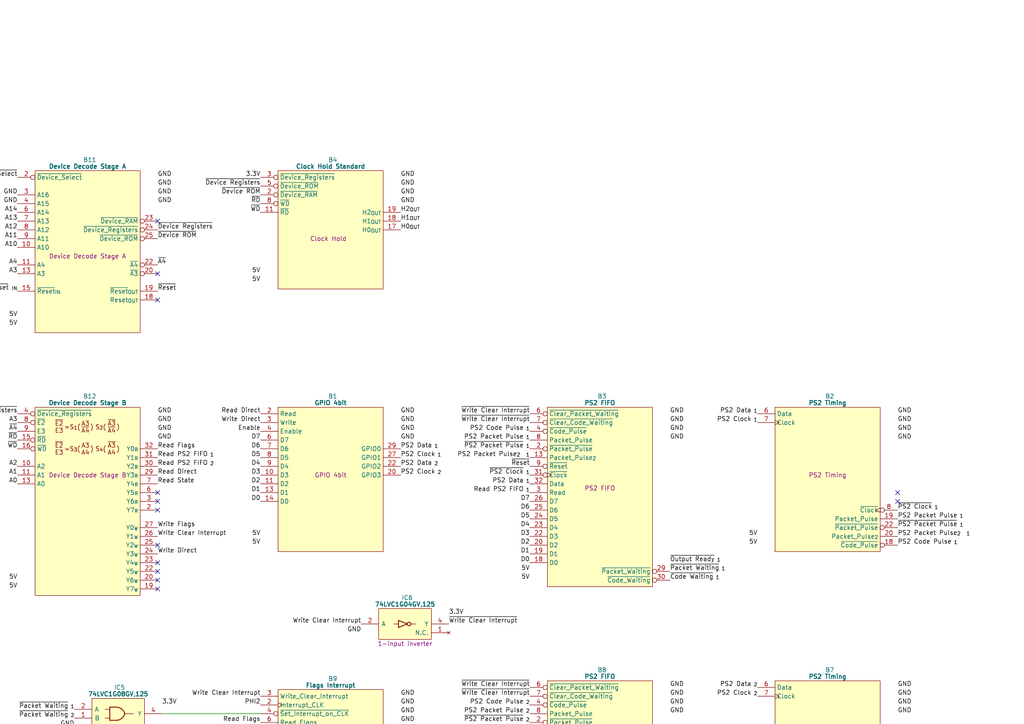
<source format=kicad_sch>
(kicad_sch (version 20230121) (generator eeschema)
  (paper "A4")
  (junction (at -101.6 252.095))
  (junction (at -134.62 252.095))
  (junction (at -100.33 226.06))
  (junction (at -129.54 226.06))
  (no_connect (at 45.72 170.815))
  (no_connect (at -114.935 168.91))
  (no_connect (at 116.205 240.03))
  (no_connect (at 116.205 234.95))
  (no_connect (at 45.72 165.735))
  (no_connect (at 260.35 224.79))
  (no_connect (at 116.205 222.25))
  (no_connect (at 260.35 145.415))
  (no_connect (at 45.72 64.135))
  (no_connect (at 260.35 222.25))
  (no_connect (at 45.72 147.955))
  (no_connect (at 45.72 142.875))
  (no_connect (at 116.205 229.87))
  (no_connect (at 45.72 86.995))
  (no_connect (at 260.35 142.875))
  (no_connect (at 45.72 168.275))
  (no_connect (at 116.205 232.41))
  (no_connect (at -31.75 131.445))
  (no_connect (at 45.72 158.115))
  (no_connect (at -31.75 126.365))
  (no_connect (at -104.14 231.14))
  (no_connect (at 45.72 145.415))
  (no_connect (at 116.205 227.33))
  (no_connect (at -114.935 166.37))
  (no_connect (at 45.72 163.195))
  (no_connect (at 45.72 79.375))
  (no_connect (at 116.205 224.79))
  (wire (pts (xy -104.14 226.06) (xy -100.33 226.06)))
  (wire (pts (xy -144.78 226.06) (xy -144.78 231.14)))
  (wire (pts (xy -95.885 252.095) (xy -101.6 252.095)))
  (wire (pts (xy -134.62 264.16) (xy -134.62 259.715)))
  (wire (pts (xy -134.62 252.095) (xy -130.81 252.095)))
  (wire (pts (xy -101.6 252.095) (xy -105.41 252.095)))
  (wire (pts (xy -100.33 231.14) (xy -100.33 226.06)))
  (wire (pts (xy 46.99 207.01) (xy 75.565 207.01)))
  (wire (pts (xy -139.7 252.095) (xy -134.62 252.095)))
  (wire (pts (xy -101.6 264.16) (xy -101.6 259.715)))
  (wire (pts (xy -100.33 226.06) (xy -95.25 226.06)))
  (wire (pts (xy -144.78 231.14) (xy -143.51 231.14)))
  (wire (pts (xy -144.78 226.06) (xy -129.54 226.06)))
  (wire (pts (xy -129.54 226.06) (xy -129.54 228.6)))
  (label "GND" (at -114.935 143.51 0))
  (label "GND" (at -138.43 231.14 0))
  (label "GND" (at 194.31 122.555 0))
  (label "~{Write Clear Interrupt}" (at 153.67 199.39 180))
  (label "PS2 Code Pulse_{ 2}" (at 153.67 204.47 180))
  (label "A10" (at -31.75 144.145 0))
  (label "~{Device ROM}" (at 75.565 56.515 180))
  (label "H2_{OUT}" (at 116.205 61.595 0))
  (label "A12" (at 5.08 66.675 180))
  (label "A10" (at 5.08 71.755 180))
  (label "A2_{IN}" (at -114.935 130.81 0))
  (label "GND" (at -114.935 118.11 0))
  (label "GND" (at 194.31 127.635 0))
  (label "D6" (at 75.565 130.175 180))
  (label "5V" (at 219.71 237.49 180))
  (label "D7" (at 153.67 224.79 180))
  (label "A13_{IN}" (at -114.935 161.29 0))
  (label "D4" (at 75.565 135.255 180))
  (label "~{Device ROM}" (at 45.72 69.215 0))
  (label "A7_{IN}" (at -72.39 151.765 180))
  (label "A10_{IN}" (at -72.39 144.145 180))
  (label "~{PS2 Packet Pulse}_{ 2}" (at 260.35 232.41 0))
  (label "GND" (at -31.75 111.125 0))
  (label "~{Reset}" (at 153.67 214.63 180))
  (label "A9" (at -31.75 146.685 0))
  (label "A3" (at -77.47 264.16 180))
  (label "~{Packet Waiting}_{ 1}" (at 24.765 275.59 0))
  (label "~{Output Ready}_{ 2}" (at 194.31 242.57 0))
  (label "D5" (at -15.875 242.57 180))
  (label "Read PS2 FIFO_{ 1}" (at 153.67 142.875 180))
  (label "GND" (at 260.35 125.095 0))
  (label "GND" (at 80.01 267.335 0))
  (label "GND" (at 116.205 120.015 0))
  (label "GND" (at 194.31 201.93 0))
  (label "A8" (at -31.75 149.225 0))
  (label "~{WD}" (at 5.08 130.175 180))
  (label "5V" (at 75.565 81.915 180))
  (label "D6_{IN{slash}OUT}" (at -114.935 189.23 0))
  (label "A7" (at -77.47 254 180))
  (label "D0" (at 102.235 250.19 270))
  (label "A1_{IN}" (at -114.935 128.27 0))
  (label "PS2 Packet Pulse_{2} _{ 2}" (at 260.35 234.95 0))
  (label "~{Packet Waiting}_{ 2}" (at 21.59 208.28 180))
  (label "GND" (at 116.205 53.975 0))
  (label "D4" (at 153.67 153.035 180))
  (label "12V" (at -139.7 252.095 180))
  (label "A0" (at -31.75 169.545 0))
  (label "GND" (at -114.935 196.85 0))
  (label "GND" (at 24.765 229.87 0))
  (label "A9_{IN}" (at -72.39 146.685 180))
  (label "A5" (at -31.75 156.845 0))
  (label "GND" (at 116.205 204.47 0))
  (label "GND" (at -77.47 233.68 180))
  (label "~{PS2 Packet Pulse}_{ 2}" (at 153.67 209.55 180))
  (label "GND" (at -134.62 264.16 270))
  (label "D0" (at -15.875 255.27 180))
  (label "GND" (at -114.935 171.45 0))
  (label "GND" (at -31.75 113.665 0))
  (label "Write Clear Interrupt" (at 45.72 155.575 0))
  (label "GND" (at -101.6 264.16 270))
  (label "PS2 Data_{ 2}" (at 116.205 135.255 0))
  (label "~{Code Waiting}_{ 2}" (at 194.31 247.65 0))
  (label "Read PS2 FIFO_{ 2}" (at 153.67 222.25 180))
  (label "A0" (at 5.08 140.335 180))
  (label "GND" (at -15.875 227.33 180))
  (label "D4" (at -58.42 281.94 270))
  (label "PS2 Packet Pulse_{2} _{ 1}" (at 153.67 132.715 180))
  (label "PS2 Clock_{ 2}" (at 116.205 137.795 0))
  (label "Write Flags" (at 75.565 212.09 180))
  (label "~{PS2 Clock}_{ 1}" (at 260.35 147.955 0))
  (label "D0" (at -48.26 281.94 270))
  (label "GND" (at 24.765 255.27 0))
  (label "5V" (at -144.78 226.06 180))
  (label "3.3V" (at 75.565 51.435 180))
  (label "D7" (at -66.04 281.94 270))
  (label "PS2 Data_{ 2}" (at 153.67 219.71 180))
  (label "~{Packet Waiting}_{ 2}" (at 194.31 245.11 0))
  (label "PS2 Packet Pulse_{ 2}" (at 153.67 207.01 180))
  (label "GND" (at 24.765 250.19 0))
  (label "D5" (at 153.67 229.87 180))
  (label "PS2 Packet Pulse_{2} _{ 1}" (at 260.35 155.575 0))
  (label "~{WD}" (at -31.75 121.285 0))
  (label "A0" (at -77.47 271.78 180))
  (label "~{Output Ready}_{ 1}" (at 194.31 163.195 0))
  (label "D3" (at -31.75 184.785 0))
  (label "Read Flags" (at 75.565 209.55 180))
  (label "A13_{IN}" (at -72.39 136.525 180))
  (label "~{Write Clear Interrupt}" (at 153.67 122.555 180))
  (label "GND" (at 194.31 207.01 0))
  (label "A11" (at 5.08 69.215 180))
  (label "D7" (at 153.67 145.415 180))
  (label "A14_{IN}" (at -72.39 133.985 180))
  (label "A7_{IN}" (at -114.935 146.05 0))
  (label "~{Device Select}" (at 5.08 51.435 180))
  (label "D7" (at 75.565 127.635 180))
  (label "5V" (at 75.565 240.03 180))
  (label "GND" (at 24.765 242.57 0))
  (label "~{Write Clear Interrupt}" (at 130.175 180.975 0))
  (label "Read PS2 FIFO_{ 2}" (at 45.72 135.255 0))
  (label "D6" (at -31.75 177.165 0))
  (label "GND" (at 45.72 127.635 0))
  (label "D0" (at 153.67 163.195 180))
  (label "~{Enable} _{OUT}" (at -114.935 110.49 0))
  (label "A3_{IN}" (at -72.39 161.925 180))
  (label "D1_{IN{slash}OUT}" (at -114.935 176.53 0))
  (label "PS2 Code Pulse_{ 1}" (at 153.67 125.095 180))
  (label "GND" (at -115.57 295.275 270))
  (label "D2" (at 97.155 250.19 270))
  (label "D2" (at 153.67 158.115 180))
  (label "D5_{IN{slash}OUT}" (at -72.39 179.705 180))
  (label "~{Output Ready}_{ 2}" (at 24.765 260.35 0))
  (label "GND" (at 116.205 201.93 0))
  (label "Enable" (at 116.205 212.09 0))
  (label "PHI2" (at -31.75 123.825 0))
  (label "D1_{IN{slash}OUT}" (at -72.39 189.865 180))
  (label "A11" (at -31.75 141.605 0))
  (label "GND" (at -118.11 264.795 270))
  (label "5V" (at 5.08 94.615 180))
  (label "A5" (at -77.47 259.08 180))
  (label "~{Reset} _{IN}" (at 5.08 84.455 180))
  (label "A12_{IN}" (at -72.39 139.065 180))
  (label "A12" (at -31.75 139.065 0))
  (label "A1" (at -77.47 269.24 180))
  (label "GND" (at -115.57 281.94 270))
  (label "GND" (at 194.31 204.47 0))
  (label "A8" (at -77.47 251.46 180))
  (label "GND" (at 260.35 204.47 0))
  (label "D2_{IN{slash}OUT}" (at -114.935 179.07 0))
  (label "~{Reset}" (at 45.72 84.455 0))
  (label "D7" (at 84.455 250.19 270))
  (label "D4" (at -15.875 245.11 180))
  (label "GND" (at -72.39 131.445 180))
  (label "3.3V" (at -95.25 226.06 0))
  (label "D2_{IN{slash}OUT}" (at -72.39 187.325 180))
  (label "D4_{IN{slash}OUT}" (at -114.935 184.15 0))
  (label "D1" (at -50.8 281.94 270))
  (label "GND" (at -129.54 281.94 270))
  (label "~{Device ROM}" (at -77.47 228.6 180))
  (label "D0" (at 153.67 242.57 180))
  (label "GND" (at 260.35 199.39 0))
  (label "GND" (at 24.765 245.11 0))
  (label "GND" (at 24.765 227.33 0))
  (label "GND" (at 194.31 199.39 0))
  (label "D5" (at -31.75 179.705 0))
  (label "GND" (at 194.31 125.095 0))
  (label "H0_{OUT}" (at 116.205 66.675 0))
  (label "PS2 Code Pulse_{ 1}" (at 260.35 158.115 0))
  (label "~{Enable} _{OUT}" (at 116.205 214.63 0))
  (label "A2" (at -31.75 164.465 0))
  (label "D1" (at 153.67 160.655 180))
  (label "D2" (at -15.875 250.19 180))
  (label "~{Device Select}" (at -31.75 116.205 0))
  (label "D0_{IN{slash}OUT}" (at -72.39 192.405 180))
  (label "GND" (at 24.765 240.03 0))
  (label "5V" (at 219.71 158.115 180))
  (label "3.3V" (at 74.93 257.81 180))
  (label "Read State" (at 45.72 140.335 0))
  (label "GND" (at 116.205 51.435 0))
  (label "A12" (at -77.47 241.3 180))
  (label "~{Code Waiting}_{ 1}" (at 24.765 273.05 0))
  (label "5V" (at 5.08 168.275 180) (property "Netclass" "Power" (effects hide)))
  (label "A2_{IN}" (at -72.39 164.465 180))
  (label "D1" (at 99.695 250.19 270))
  (label "~{PS2 Clock}_{ 2}" (at 153.67 217.17 180))
  (label "GND" (at 260.35 201.93 0))
  (label "GND" (at 80.01 257.81 0))
  (label "D6_{IN{slash}OUT}" (at -72.39 177.165 180))
  (label "A8_{IN}" (at -72.39 149.225 180))
  (label "D5_{IN{slash}OUT}" (at -114.935 186.69 0))
  (label "PHI2" (at 75.565 204.47 180))
  (label "A5_{IN}" (at -114.935 138.43 0))
  (label "H1_{OUT}" (at 116.205 64.135 0))
  (label "PS2 Packet Pulse_{ 1}" (at 153.67 127.635 180))
  (label "~{PS2 Clock}_{ 1}" (at 153.67 137.795 180))
  (label "~{Code Waiting}_{ 2}" (at 24.765 262.89 0))
  (label "~{Output Ready}_{ 1}" (at 24.765 270.51 0))
  (label "A4_{IN}" (at -114.935 135.89 0))
  (label "GND" (at 260.35 127.635 0))
  (label "Write Direct" (at 75.565 122.555 180))
  (label "GND" (at -31.75 108.585 0))
  (label "GND" (at 24.765 267.97 0))
  (label "5V" (at 75.565 79.375 180) (property "Netclass" "Power" (effects hide)))
  (label "D3_{IN{slash}OUT}" (at -114.935 181.61 0))
  (label "D6" (at -15.875 240.03 180))
  (label "D4_{IN{slash}OUT}" (at -72.39 182.245 180))
  (label "A12_{IN}" (at -114.935 158.75 0))
  (label "GND" (at 5.08 56.515 180))
  (label "GND" (at 45.72 122.555 0))
  (label "H0_{OUT}" (at -114.935 115.57 0))
  (label "GND" (at -77.47 231.14 180))
  (label "GND" (at 116.205 59.055 0))
  (label "5V" (at -15.875 275.59 180))
  (label "D7" (at -15.875 237.49 180))
  (label "5V" (at -72.39 197.485 180))
  (label "~{RD}" (at -77.47 223.52 180))
  (label "~{Packet Waiting}_{ 1}" (at 194.31 165.735 0))
  (label "GND" (at 45.72 120.015 0))
  (label "3.3V" (at 46.99 204.47 0))
  (label "GND" (at 116.205 127.635 0))
  (label "~{RD}_{IN}" (at -72.39 118.745 180))
  (label "D6" (at 153.67 147.955 180))
  (label "~{Interrupt} _{OUT}" (at -114.935 113.03 0))
  (label "D1" (at -31.75 189.865 0))
  (label "Read PS2 FIFO_{ 1}" (at 45.72 132.715 0))
  (label "GND" (at 104.775 183.515 180))
  (label "D7_{IN{slash}OUT}" (at -72.39 174.625 180))
  (label "~{PS2 Packet Pulse}_{ 1}" (at 260.35 153.035 0))
  (label "5V" (at -15.875 273.05 180))
  (label "PS2 Packet Pulse_{ 1}" (at 260.35 150.495 0))
  (label "~{WD}" (at 75.565 61.595 180))
  (label "~{Interrupt} _{OUT}" (at 116.205 217.17 0))
  (label "A13" (at 5.08 64.135 180))
  (label "A13" (at -77.47 238.76 180))
  (label "~{Write Clear Interrupt}" (at 153.67 201.93 180))
  (label "~{Device Registers}" (at 45.72 66.675 0))
  (label "D6" (at -63.5 281.94 270))
  (label "GND" (at 260.35 122.555 0))
  (label "D5" (at 153.67 150.495 180))
  (label "5V" (at 153.67 245.11 180) (property "Netclass" "Power" (effects hide)))
  (label "A1" (at -31.75 167.005 0))
  (label "D5" (at 75.565 132.715 180))
  (label "A6_{IN}" (at -72.39 154.305 180))
  (label "~{RD}" (at 75.565 59.055 180))
  (label "~{WD}" (at -77.47 226.06 180))
  (label "A9_{IN}" (at -114.935 151.13 0))
  (label "D5" (at 89.535 250.19 270))
  (label "~{Device Registers}" (at 75.565 53.975 180))
  (label "A6_{IN}" (at -114.935 140.97 0))
  (label "5V" (at 5.08 92.075 180) (property "Netclass" "Power" (effects hide)))
  (label "A14_{IN}" (at -114.935 163.83 0))
  (label "~{PS2 Clock}_{ 2}" (at 260.35 227.33 0))
  (label "A1_{IN}" (at -72.39 167.005 180))
  (label "GND" (at 24.765 257.81 0))
  (label "5V" (at 219.71 155.575 180) (property "Netclass" "Power" (effects hide)))
  (label "D3" (at 153.67 234.95 180))
  (label "PS2 Clock_{ 1}" (at 116.205 132.715 0))
  (label "3.3V" (at -36.83 223.52 0))
  (label "~{A4}" (at 5.08 125.095 180))
  (label "12V" (at -114.935 107.95 0))
  (label "A8_{IN}" (at -114.935 148.59 0))
  (label "GND" (at 116.205 56.515 0))
  (label "GND" (at 24.765 232.41 0))
  (label "D7_{IN{slash}OUT}" (at -114.935 191.77 0))
  (label "D3" (at 75.565 137.795 180))
  (label "D4" (at 92.075 250.19 270))
  (label "D1" (at 75.565 142.875 180))
  (label "Write Flags" (at 45.72 153.035 0))
  (label "~{Packet Waiting}_{ 2}" (at 24.765 265.43 0))
  (label "~{WD}_{IN}" (at -114.935 194.31 0))
  (label "PS2 Clock_{ 1}" (at 219.71 122.555 180))
  (label "A0_{IN}" (at -114.935 125.73 0))
  (label "Read Direct" (at 75.565 120.015 180))
  (label "A14" (at -31.75 133.985 0))
  (label "A0_{IN}" (at -72.39 169.545 180))
  (label "5V" (at -95.885 252.095 0))
  (label "GND" (at -31.75 106.045 0))
  (label "GND" (at 260.35 120.015 0))
  (label "5V" (at 153.67 165.735 180) (property "Netclass" "Power" (effects hide)))
  (label "5V" (at 75.565 158.115 180))
  (label "A3" (at 5.08 79.375 180))
  (label "5V" (at 219.71 234.95 180) (property "Netclass" "Power" (effects hide)))
  (label "A13" (at -31.75 136.525 0))
  (label "GND" (at 116.205 207.01 0))
  (label "~{Code Waiting}_{ 1}" (at 194.31 168.275 0))
  (label "A14" (at -77.47 236.22 180))
  (label "PS2 Data_{ 1}" (at 219.71 120.015 180))
  (label "D0" (at -31.75 192.405 0))
  (label "A3" (at -31.75 161.925 0))
  (label "~{WD}_{IN}" (at -72.39 121.285 180))
  (label "GND" (at 116.205 125.095 0))
  (label "D6" (at 153.67 227.33 180))
  (label "A9" (at -77.47 248.92 180))
  (label "D3" (at -15.875 247.65 180))
  (label "A3" (at 5.08 122.555 180))
  (label "A4" (at 5.08 76.835 180))
  (label "D4" (at 153.67 232.41 180))
  (label "A4" (at -31.75 159.385 0))
  (label "D7" (at -31.75 174.625 0))
  (label "A6" (at -77.47 256.54 180))
  (label "5V" (at 153.67 247.65 180))
  (label "~{RD}_{IN}" (at -114.935 199.39 0))
  (label "A2" (at 5.08 135.255 180))
  (label "GND" (at 45.72 59.055 0))
  (label "Read Flags" (at 45.72 130.175 0))
  (label "GND" (at 21.59 210.82 180))
  (label "GND" (at 116.205 209.55 0))
  (label "5V" (at 5.08 170.815 180))
  (label "GND" (at -77.47 274.32 180))
  (label "PS2 Packet Pulse_{ 2}" (at 260.35 229.87 0))
  (label "H1_{OUT}" (at -114.935 120.65 0))
  (label "PS2 Code Pulse_{ 2}" (at 260.35 237.49 0))
  (label "GND" (at -72.39 126.365 180))
  (label "A6" (at -31.75 154.305 0))
  (label "D2" (at -53.34 281.94 270))
  (label "A3_{IN}" (at -114.935 133.35 0))
  (label "D2" (at 75.565 140.335 180))
  (label "D3" (at -55.88 281.94 270))
  (label "A10_{IN}" (at -114.935 153.67 0))
  (label "GND" (at 45.72 53.975 0))
  (label "D2" (at -31.75 187.325 0))
  (label "~{Write Clear Interrupt}" (at 153.67 120.015 180))
  (label "GND" (at 24.765 224.79 0))
  (label "Read Direct" (at 45.72 137.795 0))
  (label "A11_{IN}" (at -72.39 141.605 180))
  (label "Enable" (at 75.565 125.095 180))
  (label "PS2 Clock_{ 2}" (at 219.71 201.93 180))
  (label "A4" (at -77.47 261.62 180))
  (label "5V" (at 75.565 155.575 180) (property "Netclass" "Power" (effects hide)))
  (label "GND" (at 194.31 120.015 0))
  (label "GND" (at 5.08 59.055 180))
  (label "5V" (at 153.67 168.275 180))
  (label "GND" (at 260.35 207.01 0))
  (label "D3" (at 153.67 155.575 180))
  (label "D5" (at -60.96 281.94 270))
  (label "A5_{IN}" (at -72.39 156.845 180))
  (label "~{Reset} _{IN}" (at -114.935 201.93 0))
  (label "GND" (at 45.72 56.515 0))
  (label "~{RD}" (at 5.08 127.635 180))
  (label "Write Clear Interrupt" (at 104.775 180.975 180))
  (label "PS2 Packet Pulse_{2} _{ 2}" (at 153.67 212.09 180))
  (label "GND" (at 24.765 237.49 0))
  (label "D4" (at -31.75 182.245 0))
  (label "~{Device Registers}" (at 5.08 120.015 180))
  (label "D1" (at -15.875 252.73 180))
  (label "GND" (at -129.54 231.14 180))
  (label "~{Packet Waiting}_{ 1}" (at 21.59 205.74 180))
  (label "GND" (at -129.54 295.275 270))
  (label "GND" (at 116.205 122.555 0))
  (label "A7" (at -31.75 151.765 0))
  (label "3.3V" (at 74.93 267.335 180))
  (label "Read State" (at -15.875 224.79 180))
  (label "A1" (at 5.08 137.795 180))
  (label "~{A4}" (at 45.72 76.835 0))
  (label "A2" (at -77.47 266.7 180))
  (label "3.3V" (at 130.175 178.435 0))
  (label "~{RD}" (at -31.75 118.745 0))
  (label "PS2 Data_{ 1}" (at 116.205 130.175 0))
  (label "GND" (at 45.72 125.095 0))
  (label "5V" (at -72.39 194.945 180) (property "Netclass" "Power" (effects hide)))
  (label "5V" (at 75.565 242.57 180))
  (label "~{Device Select} _{IN}" (at -114.935 204.47 0))
  (label "H2_{OUT}" (at -114.935 123.19 0))
  (label "D1" (at 153.67 240.03 180))
  (label "GND" (at 24.765 252.73 0))
  (label "D0" (at 75.565 145.415 180))
  (label "A4_{IN}" (at -72.39 159.385 180))
  (label "~{PS2 Packet Pulse}_{ 1}" (at 153.67 130.175 180))
  (label "D3_{IN{slash}OUT}" (at -72.39 184.785 180))
  (label "Write Clear Interrupt" (at 75.565 201.93 180))
  (label "GND" (at 45.72 51.435 0))
  (label "~{Reset}" (at 153.67 135.255 180))
  (label "A10" (at -77.47 246.38 180))
  (label "Write Direct" (at 45.72 160.655 0))
  (label "A11_{IN}" (at -114.935 156.21 0))
  (label "GND" (at 24.765 247.65 0))
  (label "PS2 Data_{ 2}" (at 219.71 199.39 180))
  (label "GND" (at -95.25 231.14 0))
  (label "PHI2_{IN}" (at -72.39 123.825 180))
  (label "~{Device Select} _{IN}" (at -72.39 116.205 180))
  (label "PHI2_{IN}" (at -114.935 207.01 0))
  (label "D3" (at 94.615 250.19 270))
  (label "D0_{IN{slash}OUT}" (at -114.935 173.99 0))
  (label "D6" (at 86.995 250.19 270))
  (label "A11" (at -77.47 243.84 180))
  (label "PS2 Data_{ 1}" (at 153.67 140.335 180))
  (label "D2" (at 153.67 237.49 180))
  (label "A14" (at 5.08 61.595 180))
  (symbol (lib_id "Nexperia:74LVC1G08GV,125") (at 21.59 205.74 0) (unit 1)
    (property "Reference" "IC5" (at 33.02 199.39 0) (effects (justify left)))
    (property "Value" "74LVC1G08GV,125" (at 34.29 201.295 0) (effects (font bold)))
    (property "Footprint" "SOT95P275X110-5N" (effects hide))
    (property "Datasheet" "https://assets.nexperia.com/documents/data-sheet/74LVC1G08.pdf" (effects hide))
    (property "Description" "2-input AND gate" (at 34.29 213.995 0))
    (property "Height" "1.1" (effects hide))
    (property "Manufacturer_Name" "Nexperia" (effects hide))
    (property "Manufacturer_Part_Number" "74LVC1G08GV,125" (effects hide))
    (property "Mouser Part Number" "771-74LVC1G08GV" (effects hide))
    (property "Mouser Price/Stock" "https://www.mouser.co.uk/ProductDetail/Nexperia/74LVC1G08GV125?qs=me8TqzrmIYXEnurJEPZc7A%3D%3D" (effects hide))
    (property "Arrow Part Number" "74LVC1G08GV,125" (effects hide))
    (property "Arrow Price/Stock" "https://www.arrow.com/en/products/74lvc1g08gv125/nexperia" (effects hide))
    (property "Silkscreen" "'1G08" (effects hide))
  )
  (symbol (lib_id "HCP65:MountingHole_Pad") (at -115.57 292.735 0) (unit 1)
    (property "Reference" "H4" (at -115.57 288.29 0))
    (property "Value" "MountingHole_Pad" (effects hide))
    (property "Footprint" "HCP65_Parts:HCP65_MountingHole_M3_" (effects hide))
  )
  (symbol (lib_id "HCP65:C_0805") (at 74.93 257.81 0) (unit 1)
    (property "Reference" "C5" (at 77.216 255.27 0))
    (property "Value" "1µF" (at 74.93 260.35 0) (effects (justify left)))
    (property "Footprint" "SamacSys_Parts:C_0805" (effects hide))
  )
  (symbol (lib_id "HCP65:MountingHole_Pad") (at -115.57 279.4 0) (unit 1)
    (property "Reference" "H2" (at -115.57 274.955 0))
    (property "Value" "MountingHole_Pad" (effects hide))
    (property "Footprint" "HCP65_Parts:HCP65_MountingHole_M3_" (effects hide))
  )
  (symbol (lib_id "HCP65:PS2_Timing") (at 224.79 199.39 0) (unit 1)
    (property "Reference" "B7" (at 240.665 194.31 0))
    (property "Value" "PS2 Timing" (at 240.03 196.215 0) (effects (font bold)))
    (property "Footprint" "HCP65_Parts:HCP65_PS2_Timing" (effects hide))
    (property "Silkscreen" "Timing" (effects hide))
    (property "Description" "PS2 Timing" (at 240.03 217.17 0))
  )
  (symbol (lib_id "HCP65:Device_Decode_Stage_A") (at 10.16 51.435 0) (unit 1)
    (property "Reference" "B11" (at 26.035 46.355 0))
    (property "Value" "Device Decode Stage A" (at 25.4 48.26 0) (effects (font bold)))
    (property "Footprint" "HCP65_Parts:HCP65_Device_Decode_Stage_A" (effects hide))
    (property "Silkscreen" "Device Decode Stage A" (effects hide))
    (property "Description" "Device Decode Stage A" (at 25.4 74.295 0))
  )
  (symbol (lib_id "HCP65:PS2_Timing") (at 224.79 120.015 0) (unit 1)
    (property "Reference" "B2" (at 240.665 114.935 0))
    (property "Value" "PS2 Timing" (at 240.03 116.84 0) (effects (font bold)))
    (property "Footprint" "HCP65_Parts:HCP65_PS2_Timing" (effects hide))
    (property "Silkscreen" "Timing" (effects hide))
    (property "Description" "PS2 Timing" (at 240.03 137.795 0))
  )
  (symbol (lib_id "HCP65:C_0805") (at 74.93 267.335 0) (unit 1)
    (property "Reference" "C6" (at 77.216 264.795 0))
    (property "Value" "1µF" (at 74.93 269.875 0) (effects (justify left)))
    (property "Footprint" "SamacSys_Parts:C_0805" (effects hide))
  )
  (symbol (lib_id "HCP65:PS2_FIFO") (at 158.75 199.39 0) (unit 1)
    (property "Reference" "B8" (at 174.625 194.31 0))
    (property "Value" "PS2 FIFO" (at 173.99 196.215 0) (effects (font bold)))
    (property "Footprint" "HCP65_Parts:HCP65_PS2_FIFO" (effects hide))
    (property "Silkscreen" "FIFO" (effects hide))
    (property "Description" "PS2 FIFO" (at 173.99 220.98 0))
  )
  (symbol (lib_id "HCP65:MountingHole_Pad") (at -129.54 279.4 0) (unit 1)
    (property "Reference" "H1" (at -129.54 274.955 0))
    (property "Value" "MountingHole_Pad" (effects hide))
    (property "Footprint" "HCP65_Parts:HCP65_MountingHole_M3_" (effects hide))
  )
  (symbol (lib_id "Microchip:SST39VF010-70-4I-NHE") (at -77.47 223.52 0) (unit 1)
    (property "Reference" "IC1" (at -57.785 217.805 0))
    (property "Value" "SST39VF010-70-4I-NHE" (at -57.785 220.345 0) (effects (font bold)))
    (property "Footprint" "5408803224008" (effects hide))
    (property "Description" "32 pin PLCC socket\n(1 Mbit NOR Flash)" (at -57.15 245.11 0))
    (property "Height" "8.2" (effects hide))
    (property "Manufacturer_Name" "Microchip" (effects hide))
    (property "Manufacturer_Part_Number" "SST39VF010-70-4I-NHE" (effects hide))
    (property "Silkscreen" "SST39VF010-70" (effects hide))
  )
  (symbol (lib_id "HCP65:C_Polarized") (at -101.6 255.905 0) (mirror y) (unit 1)
    (property "Reference" "C3" (at -97.79 257.175 90) (effects (justify left)))
    (property "Value" "C_Polarized" (effects hide))
    (property "Footprint" "Capacitor_THT:CP_Radial_D4.0mm_P2.00mm" (effects hide))
    (property "Description" "100μF" (at -102.235 258.445 0) (effects (justify left)))
  )
  (symbol (lib_id "HCP65:C_0805") (at -100.33 231.14 0) (unit 1)
    (property "Reference" "C2" (at -98.044 228.6 0))
    (property "Value" "10µF" (at -100.33 233.68 0) (effects (justify left)))
    (property "Footprint" "SamacSys_Parts:C_0805" (effects hide))
  )
  (symbol (lib_id "HCP65:C_Polarized") (at -134.62 255.905 0) (mirror y) (unit 1)
    (property "Reference" "C4" (at -130.81 257.175 90) (effects (justify left)))
    (property "Value" "C_Polarized" (effects hide))
    (property "Footprint" "Capacitor_THT:CP_Radial_D4.0mm_P2.00mm" (effects hide))
    (property "Description" "10μF" (at -135.255 258.445 0) (effects (justify left)))
  )
  (symbol (lib_id "HCP65:Device_Decode_Stage_B") (at 10.16 120.015 0) (unit 1)
    (property "Reference" "B12" (at 26.035 114.935 0))
    (property "Value" "Device Decode Stage B" (at 25.4 116.84 0) (effects (font bold)))
    (property "Footprint" "HCP65_Parts:HCP65_Device_Decode_Stage_B" (effects hide))
    (property "Silkscreen" "Device Decode Stage B" (effects hide))
    (property "Description" "Device Decode Stage B" (at 25.4 137.795 0))
  )
  (symbol (lib_id "Diodes_Inc:AP7365-33WG-7") (at -129.54 226.06 0) (unit 1)
    (property "Reference" "IC2" (at -116.84 220.98 0))
    (property "Value" "AP7365-33WG-7" (at -116.84 222.885 0) (effects (font bold)))
    (property "Footprint" "SOT95P285X130-5N" (effects hide))
    (property "Datasheet" "https://componentsearchengine.com/Datasheets/1/AP7365-33WG-7.pdf" (effects hide))
    (property "Description" "3.3V LDO voltage regulator" (at -116.84 234.315 0))
    (property "Height" "1.3" (effects hide))
    (property "Manufacturer_Name" "Diodes Inc." (effects hide))
    (property "Manufacturer_Part_Number" "AP7365-33WG-7" (effects hide))
    (property "Mouser Part Number" "621-AP7365-33WG-7" (effects hide))
    (property "Mouser Price/Stock" "https://www.mouser.co.uk/ProductDetail/Diodes-Incorporated/AP7365-33WG-7?qs=abZ1nkZpTuOZFvxvoFPL0w%3D%3D" (effects hide))
    (property "Arrow Part Number" "AP7365-33WG-7" (effects hide))
    (property "Arrow Price/Stock" "https://www.arrow.com/en/products/ap7365-33wg-7/diodes-incorporated?region=nac" (effects hide))
    (property "Silkscreen" "AP7365" (effects hide))
  )
  (symbol (lib_id "HCP65:MountingHole_Pad") (at -129.54 292.735 0) (unit 1)
    (property "Reference" "H3" (at -129.54 288.29 0))
    (property "Value" "MountingHole_Pad" (effects hide))
    (property "Footprint" "HCP65_Parts:HCP65_MountingHole_M3_" (effects hide))
  )
  (symbol (lib_id "HCP65:Device_Buffer") (at -67.31 106.045 0) (unit 1)
    (property "Reference" "B6" (at -51.435 100.965 0))
    (property "Value" "Device Buffer" (at -52.07 102.87 0) (effects (font bold)))
    (property "Footprint" "HCP65_Parts:HCP65_Device_Buffer" (effects hide))
    (property "Silkscreen" "Device Buffer" (effects hide))
    (property "Description" "Device Buffer" (at -52.07 149.225 0))
  )
  (symbol (lib_id "HCP65:C_0805") (at -143.51 231.14 0) (unit 1)
    (property "Reference" "C1" (at -141.224 228.6 0))
    (property "Value" "10µF" (at -143.51 233.68 0) (effects (justify left)))
    (property "Footprint" "SamacSys_Parts:C_0805" (effects hide))
  )
  (symbol (lib_id "Connector:Conn_01x40_Pin") (at -120.015 156.21 0) (unit 1)
    (property "Reference" "J1" (at -120.015 105.41 0))
    (property "Value" "Conn_01x40_Pin" (at -120.015 209.55 0))
    (property "Footprint" "Connector_PinHeader_2.54mm:PinHeader_1x40_P2.54mm_Vertical" (effects hide))
  )
  (symbol (lib_id "HCP65:Clock_Hold_Standard") (at 80.645 51.435 0) (unit 1)
    (property "Reference" "B4" (at 96.52 46.355 0))
    (property "Value" "Clock Hold Standard" (at 95.885 48.26 0) (effects (font bold)))
    (property "Footprint" "HCP65_Parts:HCP65_Clock_Hold_Standard" (effects hide))
    (property "Silkscreen" "Clock Hold Standard" (effects hide))
    (property "Description" "Clock Hold" (at 95.25 69.215 0))
  )
  (symbol (lib_id "Nexperia:74LVC1G04GV,125") (at 104.775 178.435 0) (unit 1)
    (property "Reference" "IC6" (at 118.11 173.355 0))
    (property "Value" "74LVC1G04GV,125" (at 117.475 175.26 0) (effects (font bold)))
    (property "Footprint" "SOT95P275X110-5N" (effects hide))
    (property "Datasheet" "https://assets.nexperia.com/documents/data-sheet/74LVC1G04.pdf" (effects hide))
    (property "Description" "1-input inverter" (at 117.475 186.69 0))
    (property "Height" "1.1" (effects hide))
    (property "Manufacturer_Name" "Nexperia" (effects hide))
    (property "Manufacturer_Part_Number" "74LVC1G04GV,125" (effects hide))
    (property "Mouser Part Number" "771-74LVC1G04GV" (effects hide))
    (property "Mouser Price/Stock" "https://www.mouser.co.uk/ProductDetail/Nexperia/74LVC1G04GV125?qs=me8TqzrmIYW6McwMAxl%2F9w%3D%3D" (effects hide))
    (property "Silkscreen" "'1G04" (effects hide))
  )
  (symbol (lib_id "HCP65:PS2_FIFO") (at 158.75 120.015 0) (unit 1)
    (property "Reference" "B3" (at 174.625 114.935 0))
    (property "Value" "PS2 FIFO" (at 173.99 116.84 0) (effects (font bold)))
    (property "Footprint" "HCP65_Parts:HCP65_PS2_FIFO" (effects hide))
    (property "Silkscreen" "FIFO" (effects hide))
    (property "Description" "PS2 FIFO" (at 173.99 141.605 0))
  )
  (symbol (lib_id "HCP65:State_Reader_16bit") (at -15.875 224.79 0) (unit 1)
    (property "Reference" "B5" (at 3.81 219.71 0))
    (property "Value" "State Reader 16bit" (at 4.445 221.615 0) (effects (font bold)))
    (property "Footprint" "HCP65_Parts:HCP65_State_Reader" (effects hide))
    (property "Silkscreen" "State Reader 16bit" (effects hide))
    (property "Description" "State Reader 16bit" (at 3.81 247.65 0))
  )
  (symbol (lib_id "ST_Microelectronics:LD1117S50C") (at -125.73 252.095 0) (unit 1)
    (property "Reference" "IC3" (at -117.475 247.015 0))
    (property "Value" "LD1117S50C" (at -117.475 248.92 0) (effects (font bold)))
    (property "Footprint" "LD1117S33C" (effects hide))
    (property "Datasheet" "https://www.st.com/resource/en/datasheet/ld1117.pdf" (effects hide))
    (property "Description" "IC: voltage regulator; LDO, linear, fixed; 5.0V; 0.95A; SOT223; SMD" (effects hide))
    (property "Height" "1.8" (effects hide))
    (property "Manufacturer_Name" "STMicroelectronics" (effects hide))
    (property "Manufacturer_Part_Number" "LD1117S50C" (effects hide))
    (property "Silkscreen" "LD1117S50" (effects hide))
  )
  (symbol (lib_id "HCP65:GPIO_4bit") (at 80.645 120.015 0) (unit 1)
    (property "Reference" "B1" (at 96.52 114.935 0))
    (property "Value" "GPIO 4bit" (at 95.885 116.84 0) (effects (font bold)))
    (property "Footprint" "HCP65_Parts:HCP65_GPIO_4bit" (effects hide))
    (property "Silkscreen" "GPIO 4bit" (effects hide))
    (property "Description" "GPIO 4bit" (at 95.885 137.795 0))
  )
  (symbol (lib_id "HCP65:Flags_Interrupt") (at 80.645 201.93 0) (unit 1)
    (property "Reference" "B9" (at 96.52 196.85 0))
    (property "Value" "Flags Interrupt" (at 95.885 198.755 0) (effects (font bold)))
    (property "Footprint" "HCP65_Parts:HCP65_Flags_Interrupt" (effects hide))
    (property "Silkscreen" "Flags Interrupt" (effects hide))
    (property "Description" "Flags, Interrupt" (at 95.885 222.25 0))
  )
)
</source>
